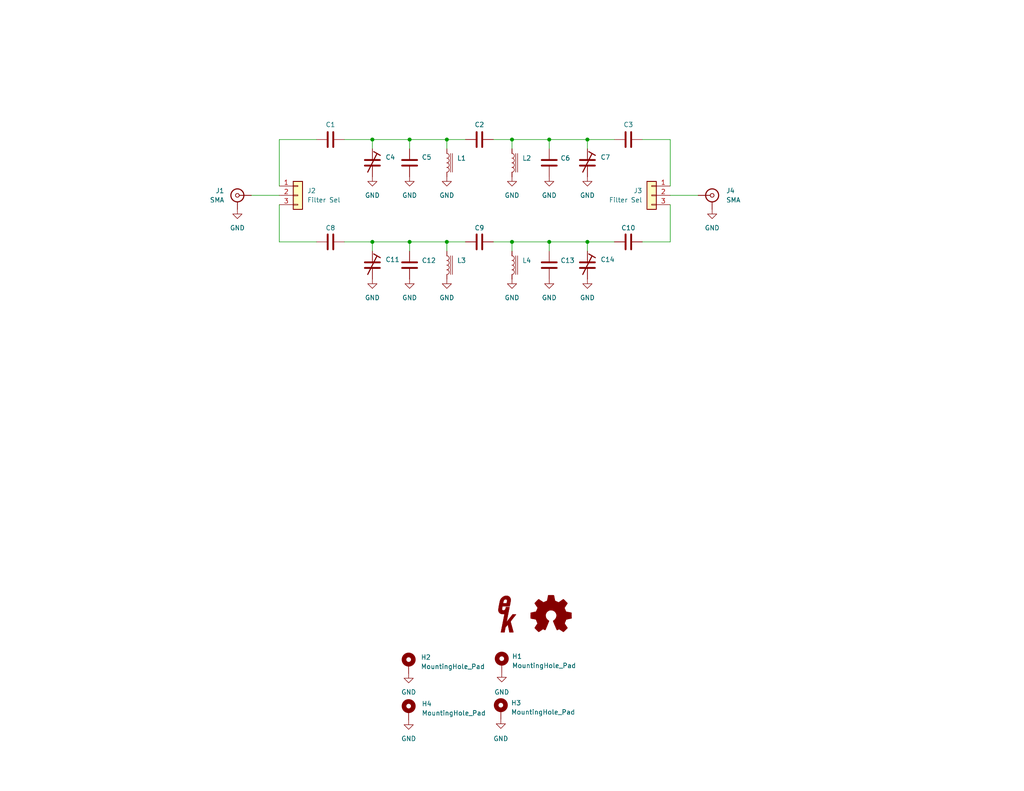
<source format=kicad_sch>
(kicad_sch (version 20230121) (generator eeschema)
  (paper "USLetter")
  (title_block (title "Project Yamhill Dual Double-Tuned Circuit") (date "2023-09-12") (rev "A") (company "Etherkit"))
  (lib_symbols
    (symbol "Connector_Generic:Conn_01x03" (pin_names (offset 1.016) hide)
      (property "Reference" "J" (at 0 5.08 0))
      (property "Value" "Conn_01x03" (at 0 -5.08 0))
      (symbol "Conn_01x03_1_1"
        (rectangle (start -1.27 -2.413) (end 0 -2.667) (stroke (width 0.1524)))
        (rectangle (start -1.27 0.127) (end 0 -0.127) (stroke (width 0.1524)))
        (rectangle (start -1.27 2.667) (end 0 2.413) (stroke (width 0.1524)))
        (rectangle (start -1.27 3.81) (end 1.27 -3.81) (stroke (width 0.254)) (fill (type background)))
        (pin passive line (at -5.08 2.54 0) (length 3.81) (name "Pin_1") (number "1"))
        (pin passive line (at -5.08 0 0) (length 3.81) (name "Pin_2") (number "2"))
        (pin passive line (at -5.08 -2.54 0) (length 3.81) (name "Pin_3") (number "3"))
      )
    )
    (symbol "Device:C" (pin_numbers hide) (pin_names (offset 0.254))
      (property "Reference" "C" (at 0.635 2.54 0))
      (property "Value" "C" (at 0.635 -2.54 0))
      (symbol "C_0_1"
        (polyline (pts (xy -2.032 -0.762) (xy 2.032 -0.762)) (stroke (width 0.508)))
        (polyline (pts (xy -2.032 0.762) (xy 2.032 0.762)) (stroke (width 0.508)))
      )
      (symbol "C_1_1"
        (pin passive line (at 0 3.81 270) (length 2.794) (name "~") (number "1"))
        (pin passive line (at 0 -3.81 90) (length 2.794) (name "~") (number "2"))
      )
    )
    (symbol "Device:C_Trim" (pin_numbers hide) (pin_names (offset 0.254) hide)
      (property "Reference" "C" (at 1.524 -2.032 0))
      (property "Value" "C_Trim" (at 3.048 -3.556 0))
      (symbol "C_Trim_0_1"
        (polyline (pts (xy -2.032 -0.762) (xy 2.032 -0.762)) (stroke (width 0.508)))
        (polyline (pts (xy -2.032 0.762) (xy 2.032 0.762)) (stroke (width 0.508)))
        (polyline (pts (xy 1.27 2.54) (xy -1.27 -2.54)) (stroke (width 0.3048)))
        (polyline (pts (xy 1.27 2.54) (xy 0.381 3.048)) (stroke (width 0.3048)))
        (polyline (pts (xy 1.27 2.54) (xy 2.159 2.032)) (stroke (width 0.3048)))
      )
      (symbol "C_Trim_1_1"
        (pin passive line (at 0 3.81 270) (length 3.048) (name "~") (number "1"))
        (pin passive line (at 0 -3.81 90) (length 3.048) (name "~") (number "2"))
      )
    )
    (symbol "Device:L_Iron" (pin_numbers hide) (pin_names (offset 1.016) hide)
      (property "Reference" "L" (at -1.27 0 90))
      (property "Value" "L_Iron" (at 2.794 0 90))
      (symbol "L_Iron_0_1"
        (arc (start 0 -2.54) (mid 0.6323 -1.905) (end 0 -1.27))
        (arc (start 0 -1.27) (mid 0.6323 -0.635) (end 0 0))
        (polyline (pts (xy 1.016 2.54) (xy 1.016 -2.54)))
        (polyline (pts (xy 1.524 -2.54) (xy 1.524 2.54)))
        (arc (start 0 0) (mid 0.6323 0.635) (end 0 1.27))
        (arc (start 0 1.27) (mid 0.6323 1.905) (end 0 2.54))
      )
      (symbol "L_Iron_1_1"
        (pin passive line (at 0 3.81 270) (length 1.27) (name "1") (number "1"))
        (pin passive line (at 0 -3.81 90) (length 1.27) (name "2") (number "2"))
      )
    )
    (symbol "EtherkitKicadLibrary:BNC" (pin_numbers hide) (pin_names (offset 1.016) hide)
      (property "Reference" "J" (at 0 4.572 0))
      (property "Value" "BNC" (at 0 2.794 0))
      (symbol "BNC_0_1"
        (circle (center 0 0) (radius 0.508) (stroke (width 0.2032)))
        (circle (center 0 0) (radius 1.778) (stroke (width 0.3048)))
      )
      (symbol "BNC_1_1"
        (pin passive line (at -3.81 0 0) (length 3.302) (name "In") (number "1"))
        (pin passive line (at 0 -3.81 90) (length 1.905) (name "Ext") (number "2"))
      )
    )
    (symbol "EtherkitKicadLibrary:LOGO" (pin_names (offset 1.016))
      (symbol "LOGO_0_0"
        (polyline (pts (xy -0.7475 -4.875) (xy -0.7392 -4.83) (xy -0.7178 -4.7189) (xy -0.6879 -4.5659) (xy -0.6523 -4.3851) (xy -0.6135 -4.1903) (xy -0.5018 -3.6307) (xy -0.197 -3.2903) (xy -0.1646 -3.2542) (xy -0.0551 -3.1338) (xy 0.0366 -3.0352) (xy 0.1017 -2.9677) (xy 0.1315 -2.9408) (xy 0.1365 -2.9489) (xy 0.155 -3.0102) (xy 0.1838 -3.125) (xy 0.2211 -3.2856) (xy 0.2651 -3.4844) (xy 0.3142 -3.7137) (xy 0.3664 -3.9658) (xy 0.5778 -5) (xy 1.1222 -5) (xy 1.2378 -4.9996) (xy 1.4316 -4.9961) (xy 1.5649 -4.989) (xy 1.6419 -4.9777) (xy 1.6666 -4.9622) (xy 1.663 -4.9437) (xy 1.6438 -4.8666) (xy 1.6098 -4.7364) (xy 1.5628 -4.5598) (xy 1.5046 -4.3435) (xy 1.437 -4.0944) (xy 1.3618 -3.8192) (xy 1.2809 -3.5246) (xy 1.2287 -3.3348) (xy 1.1509 -3.0506) (xy 1.0799 -2.7894) (xy 1.0175 -2.5581) (xy 0.9656 -2.3637) (xy 0.926 -2.2129) (xy 0.9005 -2.1127) (xy 0.891 -2.0698) (xy 0.9054 -2.0396) (xy 0.9573 -1.9618) (xy 1.0423 -1.844) (xy 1.1559 -1.6925) (xy 1.2932 -1.5137) (xy 1.4495 -1.3137) (xy 1.6201 -1.099) (xy 1.7685 -0.9135) (xy 1.9293 -0.7119) (xy 2.0731 -0.5312) (xy 2.1948 -0.3776) (xy 2.2896 -0.2573) (xy 2.3525 -0.1766) (xy 2.3786 -0.1416) (xy 2.3787 -0.1415) (xy 2.3748 -0.1247) (xy 2.3346 -0.1129) (xy 2.2506 -0.1052) (xy 2.1151 -0.1012) (xy 1.9205 -0.1) (xy 1.4372 -0.1) (xy 0.6284 -1.132) (xy 0.5759 -1.1989) (xy 0.4011 -1.4209) (xy 0.2406 -1.6235) (xy 0.0987 -1.8012) (xy -0.02 -1.9484) (xy -0.1111 -2.0596) (xy -0.1701 -2.1292) (xy -0.1926 -2.1518) (xy -0.1923 -2.147) (xy -0.1832 -2.0918) (xy -0.1629 -1.9807) (xy -0.1327 -1.8203) (xy -0.0939 -1.6176) (xy -0.048 -1.3794) (xy 0.0038 -1.1127) (xy 0.0601 -0.8241) (xy 0.1194 -0.5207) (xy 0.1806 -0.2092) (xy 0.2422 0.1034) (xy 0.303 0.4104) (xy 0.3614 0.7049) (xy 0.4163 0.98) (xy 0.4662 1.2289) (xy 0.5098 1.4447) (xy 0.5457 1.6206) (xy 0.5727 1.7496) (xy 0.5893 1.825) (xy 0.6072 1.9) (xy 0.1073 1.9) (xy -0.3925 1.9) (xy -0.4342 1.675) (xy -0.499 1.4316) (xy -0.6002 1.2291) (xy -0.7342 1.0838) (xy -0.9006 0.9961) (xy -1.0987 0.9667) (xy -1.1609 0.974) (xy -1.2874 1.0299) (xy -1.3917 1.1269) (xy -1.4526 1.2482) (xy -1.4564 1.2857) (xy -1.4504 1.3934) (xy -1.4298 1.5453) (xy -1.3961 1.7283) (xy -1.3167 2.1167) (xy -0.3327 2.1255) (xy 0.6514 2.1344) (xy 0.7958 2.8849) (xy 0.8025 2.9198) (xy 0.8589 3.2262) (xy 0.8991 3.4782) (xy 0.9233 3.6852) (xy 0.9317 3.8567) (xy 0.9241 4.0019) (xy 0.9007 4.1304) (xy 0.8616 4.2514) (xy 0.8069 4.3744) (xy 0.7638 4.4545) (xy 0.6047 4.6644) (xy 0.4032 4.823) (xy 0.1589 4.9308) (xy -0.1287 4.9878) (xy -0.1579 4.9905) (xy -0.4377 4.9806) (xy -0.7232 4.9128) (xy -1.0046 4.7932) (xy -1.272 4.6277) (xy -1.5155 4.4223) (xy -1.7252 4.183) (xy -1.8913 3.9159) (xy -1.9165 3.8634) (xy -1.9482 3.787) (xy -1.9792 3.6966) (xy -2.0114 3.5851) (xy -2.0466 3.4449) (xy -2.0866 3.2687) (xy -2.1333 3.049) (xy -2.1498 2.968) (xy -1.1571 2.968) (xy -1.1549 2.9908) (xy -1.1525 2.9998) (xy -1.1352 3.0719) (xy -1.1099 3.1842) (xy -1.0812 3.3167) (xy -1.0754 3.3437) (xy -1.0195 3.5554) (xy -0.9547 3.7135) (xy -0.875 3.8295) (xy -0.7744 3.9152) (xy -0.6845 3.9662) (xy -0.5192 4.019) (xy -0.3652 4.0182) (xy -0.2331 3.9646) (xy -0.1335 3.8592) (xy -0.1289 3.8513) (xy -0.0862 3.7421) (xy -0.0719 3.6042) (xy -0.086 3.427) (xy -0.1282 3.2) (xy -0.1834 2.95) (xy -0.6776 2.9408) (xy -0.721 2.94) (xy -0.8996 2.9375) (xy -1.023 2.938) (xy -1.1007 2.9426) (xy -1.1422 2.9523) (xy -1.1571 2.968) (xy -2.1498 2.968) (xy -2.1885 2.7786) (xy -2.254 2.45) (xy -2.2784 2.3256) (xy -2.3436 1.9784) (xy -2.393 1.6859) (xy -2.4271 1.4409) (xy -2.4464 1.2359) (xy -2.4514 1.0636) (xy -2.4429 0.9165) (xy -2.4212 0.7874) (xy -2.3869 0.6687) (xy -2.3194 0.5275) (xy -2.1842 0.3503) (xy -2.0088 0.1938) (xy -1.8079 0.073) (xy -1.7593 0.0508) (xy -1.6803 0.0201) (xy -1.6007 0.0004) (xy -1.504 -0.0106) (xy -1.3737 -0.0155) (xy -1.1932 -0.0166) (xy -1.0296 -0.017) (xy -0.908 -0.0195) (xy -0.8331 -0.0256) (xy -0.7946 -0.0372) (xy -0.7822 -0.0558) (xy -0.7855 -0.0833) (xy -0.7943 -0.1252) (xy -0.8147 -0.2255) (xy -0.8455 -0.3779) (xy -0.8854 -0.5764) (xy -0.9333 -0.8146) (xy -0.9878 -1.0864) (xy -1.0478 -1.3857) (xy -1.112 -1.7062) (xy -1.1792 -2.0418) (xy -1.2481 -2.3862) (xy -1.3175 -2.7333) (xy -1.3861 -3.0769) (xy -1.4528 -3.4108) (xy -1.5163 -3.7289) (xy -1.5753 -4.0248) (xy -1.6286 -4.2926) (xy -1.675 -4.5259) (xy -1.7133 -4.7185) (xy -1.7422 -4.8644) (xy -1.7604 -4.9573) (xy -1.7667 -4.991) (xy -1.7588 -4.9926) (xy -1.6988 -4.9955) (xy -1.5893 -4.9978) (xy -1.442 -4.9994) (xy -1.2682 -5) (xy -0.7697 -5) (xy -0.7475 -4.875)) (stroke (width 0.01)) (fill (type outline)))
      )
    )
    (symbol "Graphic:Logo_Open_Hardware_Small" (in_bom no) (on_board no)
      (symbol "Logo_Open_Hardware_Small_0_1"
        (polyline (pts (xy 3.3528 -4.3434) (xy 3.302 -4.318) (xy 3.175 -4.2418) (xy 2.9972 -4.1148) (xy 2.7686 -3.9624) (xy 2.54 -3.81) (xy 2.3622 -3.7084) (xy 2.2352 -3.6068) (xy 2.1844 -3.5814) (xy 2.159 -3.6068) (xy 2.0574 -3.6576) (xy 1.905 -3.7338) (xy 1.8034 -3.7846) (xy 1.6764 -3.8354) (xy 1.6002 -3.8354) (xy 1.6002 -3.8354) (xy 1.5494 -3.7338) (xy 1.4732 -3.5306) (xy 1.3462 -3.302) (xy 1.2446 -3.0226) (xy 1.1176 -2.7178) (xy 0.9652 -2.413) (xy 0.8636 -2.1082) (xy 0.7366 -1.8288) (xy 0.6604 -1.6256) (xy 0.6096 -1.4732) (xy 0.5842 -1.397) (xy 0.5842 -1.397) (xy 0.6604 -1.3208) (xy 0.7874 -1.2446) (xy 1.0414 -1.016) (xy 1.2954 -0.6858) (xy 1.4478 -0.3302) (xy 1.524 0.0762) (xy 1.4732 0.4572) (xy 1.3208 0.8128) (xy 1.0668 1.143) (xy 0.762 1.3716) (xy 0.4064 1.524) (xy 0 1.5748) (xy -0.381 1.5494) (xy -0.7366 1.397) (xy -1.0668 1.143) (xy -1.2192 0.9906) (xy -1.397 0.6604) (xy -1.524 0.3048) (xy -1.524 0.2286) (xy -1.4986 -0.1778) (xy -1.397 -0.5334) (xy -1.1938 -0.8636) (xy -0.9144 -1.143) (xy -0.8636 -1.1684) (xy -0.7366 -1.27) (xy -0.635 -1.3462) (xy -0.5842 -1.397) (xy -1.0668 -2.5908) (xy -1.143 -2.794) (xy -1.2954 -3.1242) (xy -1.397 -3.4036) (xy -1.4986 -3.6322) (xy -1.5748 -3.7846) (xy -1.6002 -3.8354) (xy -1.6002 -3.8354) (xy -1.651 -3.8354) (xy -1.7272 -3.81) (xy -1.905 -3.7338) (xy -2.0066 -3.683) (xy -2.1336 -3.6068) (xy -2.2098 -3.5814) (xy -2.2606 -3.6068) (xy -2.3622 -3.683) (xy -2.54 -3.81) (xy -2.7686 -3.9624) (xy -2.9718 -4.0894) (xy -3.1496 -4.2164) (xy -3.302 -4.318) (xy -3.3528 -4.3434) (xy -3.3782 -4.3434) (xy -3.429 -4.318) (xy -3.5306 -4.2164) (xy -3.7084 -4.064) (xy -3.937 -3.8354) (xy -3.9624 -3.81) (xy -4.1656 -3.6068) (xy -4.318 -3.4544) (xy -4.4196 -3.3274) (xy -4.445 -3.2766) (xy -4.445 -3.2766) (xy -4.4196 -3.2258) (xy -4.318 -3.0734) (xy -4.2164 -2.8956) (xy -4.064 -2.667) (xy -3.6576 -2.0828) (xy -3.8862 -1.5494) (xy -3.937 -1.3716) (xy -4.0386 -1.1684) (xy -4.0894 -1.0414) (xy -4.1148 -0.9652) (xy -4.191 -0.9398) (xy -4.318 -0.9144) (xy -4.5466 -0.8636) (xy -4.8006 -0.8128) (xy -5.0546 -0.7874) (xy -5.2578 -0.7366) (xy -5.4356 -0.7112) (xy -5.5118 -0.6858) (xy -5.5118 -0.6858) (xy -5.5372 -0.635) (xy -5.5372 -0.5588) (xy -5.5372 -0.4318) (xy -5.5626 -0.2286) (xy -5.5626 0.0762) (xy -5.5626 0.127) (xy -5.5372 0.4064) (xy -5.5372 0.635) (xy -5.5372 0.762) (xy -5.5372 0.8382) (xy -5.5372 0.8382) (xy -5.461 0.8382) (xy -5.3086 0.889) (xy -5.08 0.9144) (xy -4.826 0.9652) (xy -4.8006 0.9906) (xy -4.5466 1.0414) (xy -4.318 1.0668) (xy -4.1656 1.1176) (xy -4.0894 1.143) (xy -4.0894 1.143) (xy -4.0386 1.2446) (xy -3.9624 1.4224) (xy -3.8608 1.6256) (xy -3.7846 1.8288) (xy -3.7084 2.0066) (xy -3.6576 2.159) (xy -3.6322 2.2098) (xy -3.6322 2.2098) (xy -3.683 2.286) (xy -3.7592 2.413) (xy -3.8862 2.5908) (xy -4.064 2.8194) (xy -4.064 2.8448) (xy -4.2164 3.0734) (xy -4.3434 3.2512) (xy -4.4196 3.3782) (xy -4.445 3.4544) (xy -4.445 3.4544) (xy -4.3942 3.5052) (xy -4.2926 3.6322) (xy -4.1148 3.81) (xy -3.937 4.0132) (xy -3.8608 4.064) (xy -3.6576 4.2926) (xy -3.5052 4.4196) (xy -3.4036 4.4958) (xy -3.3528 4.5212) (xy -3.3528 4.5212) (xy -3.302 4.4704) (xy -3.1496 4.3688) (xy -2.9718 4.2418) (xy -2.7432 4.0894) (xy -2.7178 4.0894) (xy -2.4892 3.937) (xy -2.3114 3.81) (xy -2.1844 3.7084) (xy -2.1336 3.683) (xy -2.1082 3.683) (xy -2.032 3.7084) (xy -1.8542 3.7592) (xy -1.6764 3.8354) (xy -1.4732 3.937) (xy -1.27 4.0132) (xy -1.143 4.064) (xy -1.0668 4.1148) (xy -1.0668 4.1148) (xy -1.0414 4.191) (xy -1.016 4.3434) (xy -0.9652 4.572) (xy -0.9144 4.8514) (xy -0.889 4.9022) (xy -0.8382 5.1562) (xy -0.8128 5.3848) (xy -0.7874 5.5372) (xy -0.762 5.588) (xy -0.7112 5.6134) (xy -0.5842 5.6134) (xy -0.4064 5.6134) (xy -0.1524 5.6134) (xy 0.0762 5.6134) (xy 0.3302 5.6134) (xy 0.5334 5.6134) (xy 0.6858 5.588) (xy 0.7366 5.588) (xy 0.7366 5.588) (xy 0.762 5.5118) (xy 0.8128 5.334) (xy 0.8382 5.1054) (xy 0.9144 4.826) (xy 0.9144 4.7752) (xy 0.9652 4.5212) (xy 1.016 4.2926) (xy 1.0414 4.1402) (xy 1.0668 4.0894) (xy 1.0668 4.0894) (xy 1.1938 4.0386) (xy 1.3716 3.9624) (xy 1.5748 3.8608) (xy 2.0828 3.6576) (xy 2.7178 4.0894) (xy 2.7686 4.1402) (xy 2.9972 4.2926) (xy 3.175 4.4196) (xy 3.302 4.4958) (xy 3.3782 4.5212) (xy 3.3782 4.5212) (xy 3.429 4.4704) (xy 3.556 4.3434) (xy 3.7338 4.191) (xy 3.9116 3.9878) (xy 4.064 3.8354) (xy 4.2418 3.6576) (xy 4.3434 3.556) (xy 4.4196 3.4798) (xy 4.4196 3.429) (xy 4.4196 3.4036) (xy 4.3942 3.3274) (xy 4.2926 3.2004) (xy 4.1656 2.9972) (xy 4.0132 2.794) (xy 3.8862 2.5908) (xy 3.7592 2.3876) (xy 3.6576 2.2352) (xy 3.6322 2.159) (xy 3.6322 2.1336) (xy 3.683 2.0066) (xy 3.7592 1.8288) (xy 3.8608 1.6002) (xy 4.064 1.1176) (xy 4.3942 1.0414) (xy 4.5974 1.016) (xy 4.8768 0.9652) (xy 5.1308 0.9144) (xy 5.5372 0.8382) (xy 5.5626 -0.6604) (xy 5.4864 -0.6858) (xy 5.4356 -0.6858) (xy 5.2832 -0.7366) (xy 5.0546 -0.762) (xy 4.8006 -0.8128) (xy 4.5974 -0.8636) (xy 4.3688 -0.9144) (xy 4.2164 -0.9398) (xy 4.1402 -0.9398) (xy 4.1148 -0.9652) (xy 4.064 -1.0668) (xy 3.9878 -1.2446) (xy 3.9116 -1.4478) (xy 3.81 -1.651) (xy 3.7338 -1.8542) (xy 3.683 -2.0066) (xy 3.6576 -2.0828) (xy 3.683 -2.1336) (xy 3.7846 -2.2606) (xy 3.8862 -2.4638) (xy 4.0386 -2.667) (xy 4.191 -2.8956) (xy 4.318 -3.0734) (xy 4.3942 -3.2004) (xy 4.445 -3.2766) (xy 4.4196 -3.3274) (xy 4.3434 -3.429) (xy 4.1656 -3.5814) (xy 3.937 -3.8354) (xy 3.8862 -3.8608) (xy 3.683 -4.064) (xy 3.5306 -4.2164) (xy 3.4036 -4.318) (xy 3.3528 -4.3434)) (fill (type outline)))
      )
    )
    (symbol "Mechanical:MountingHole_Pad" (pin_numbers hide) (pin_names (offset 1.016) hide)
      (property "Reference" "H" (at 0 6.35 0))
      (property "Value" "MountingHole_Pad" (at 0 4.445 0))
      (symbol "MountingHole_Pad_0_1"
        (circle (center 0 1.27) (radius 1.27) (stroke (width 1.27)))
      )
      (symbol "MountingHole_Pad_1_1"
        (pin input line (at 0 -2.54 90) (length 2.54) (name "1") (number "1"))
      )
    )
    (symbol "power:GND" (power) (pin_names (offset 0))
      (property "Value" "GND" (at 0 -3.81 0))
      (symbol "GND_0_1"
        (polyline (pts (xy 0 0) (xy 0 -1.27) (xy 1.27 -1.27) (xy 0 -2.54) (xy -1.27 -1.27) (xy 0 -1.27)))
      )
      (symbol "GND_1_1"
        (pin power_in line (at 0 0 270) (length 0) hide (name "GND") (number "1"))
      )
    )
  )
  (junction (at 101.6 38.1))
  (junction (at 149.86 66.04))
  (junction (at 111.76 38.1))
  (junction (at 160.274 66.04))
  (junction (at 139.7 38.1))
  (junction (at 111.76 66.04))
  (junction (at 139.7 66.04))
  (junction (at 121.92 66.04))
  (junction (at 160.274 38.1))
  (junction (at 101.6 66.04))
  (junction (at 121.92 38.1))
  (junction (at 149.86 38.1))
  (wire (pts (xy 101.6 66.04) (xy 101.6 68.58)))
  (wire (pts (xy 76.2 50.8) (xy 76.2 38.1)))
  (wire (pts (xy 101.6 38.1) (xy 111.76 38.1)))
  (wire (pts (xy 139.7 38.1) (xy 149.86 38.1)))
  (wire (pts (xy 149.86 38.1) (xy 149.86 40.64)))
  (wire (pts (xy 182.88 38.1) (xy 175.26 38.1)))
  (wire (pts (xy 149.86 38.1) (xy 160.274 38.1)))
  (wire (pts (xy 111.76 38.1) (xy 121.92 38.1)))
  (wire (pts (xy 139.7 66.04) (xy 149.86 66.04)))
  (wire (pts (xy 134.62 38.1) (xy 139.7 38.1)))
  (wire (pts (xy 111.76 66.04) (xy 121.92 66.04)))
  (wire (pts (xy 121.92 38.1) (xy 127 38.1)))
  (wire (pts (xy 160.274 38.1) (xy 167.64 38.1)))
  (wire (pts (xy 76.2 38.1) (xy 86.36 38.1)))
  (wire (pts (xy 101.6 66.04) (xy 111.76 66.04)))
  (wire (pts (xy 121.92 38.1) (xy 121.92 40.64)))
  (wire (pts (xy 182.88 50.8) (xy 182.88 38.1)))
  (wire (pts (xy 139.7 38.1) (xy 139.7 40.64)))
  (wire (pts (xy 93.98 66.04) (xy 101.6 66.04)))
  (wire (pts (xy 149.86 66.04) (xy 160.274 66.04)))
  (wire (pts (xy 111.76 66.04) (xy 111.76 68.58)))
  (wire (pts (xy 182.88 53.34) (xy 190.5 53.34)))
  (wire (pts (xy 76.2 55.88) (xy 76.2 66.04)))
  (wire (pts (xy 139.7 66.04) (xy 139.7 68.58)))
  (wire (pts (xy 149.86 66.04) (xy 149.86 68.58)))
  (wire (pts (xy 76.2 66.04) (xy 86.36 66.04)))
  (wire (pts (xy 111.76 38.1) (xy 111.76 40.64)))
  (wire (pts (xy 160.274 38.1) (xy 160.274 40.64)))
  (wire (pts (xy 93.98 38.1) (xy 101.6 38.1)))
  (wire (pts (xy 160.274 66.04) (xy 160.274 68.58)))
  (wire (pts (xy 121.92 66.04) (xy 127 66.04)))
  (wire (pts (xy 160.274 66.04) (xy 167.64 66.04)))
  (wire (pts (xy 121.92 66.04) (xy 121.92 68.58)))
  (wire (pts (xy 182.88 66.04) (xy 175.26 66.04)))
  (wire (pts (xy 101.6 38.1) (xy 101.6 40.64)))
  (wire (pts (xy 182.88 55.88) (xy 182.88 66.04)))
  (wire (pts (xy 68.58 53.34) (xy 76.2 53.34)))
  (wire (pts (xy 134.62 66.04) (xy 139.7 66.04)))
  (symbol (lib_id "power:GND") (at 149.86 48.26 0) (unit 1)
    (property "Reference" "#PWR05" (effects hide))
    (property "Value" "GND" (at 149.86 53.34 0))
  )
  (symbol (lib_id "power:GND") (at 136.652 196.342 0) (unit 1)
    (property "Reference" "#PWR017" (effects hide))
    (property "Value" "GND" (at 136.652 201.676 0))
  )
  (symbol (lib_id "power:GND") (at 111.76 48.26 0) (unit 1)
    (property "Reference" "#PWR02" (effects hide))
    (property "Value" "GND" (at 111.76 53.34 0))
  )
  (symbol (lib_id "Device:C") (at 149.86 44.45 0) (unit 1)
    (property "Reference" "C6" (at 152.908 43.18 0) (effects (justify left)))
    (property "Value" "C" (effects hide))
    (property "Footprint" "Capacitor_THT:C_Rect_L7.0mm_W2.5mm_P5.00mm" (effects hide))
  )
  (symbol (lib_id "power:GND") (at 139.7 76.2 0) (unit 1)
    (property "Reference" "#PWR012" (effects hide))
    (property "Value" "GND" (at 139.7 81.28 0))
  )
  (symbol (lib_id "power:GND") (at 194.31 57.15 0) (unit 1)
    (property "Reference" "#PWR08" (effects hide))
    (property "Value" "GND" (at 194.31 62.23 0))
  )
  (symbol (lib_id "power:GND") (at 111.506 196.596 0) (unit 1)
    (property "Reference" "#PWR018" (effects hide))
    (property "Value" "GND" (at 111.506 201.676 0))
  )
  (symbol (lib_id "Device:C") (at 171.45 38.1 90) (unit 1)
    (property "Reference" "C3" (at 171.45 34.036 90))
    (property "Value" "C" (effects hide))
    (property "Footprint" "Capacitor_THT:C_Rect_L7.0mm_W2.5mm_P5.00mm" (effects hide))
  )
  (symbol (lib_id "Device:C") (at 111.76 44.45 0) (unit 1)
    (property "Reference" "C5" (at 115.062 42.926 0) (effects (justify left)))
    (property "Value" "C" (effects hide))
    (property "Footprint" "Capacitor_THT:C_Rect_L7.0mm_W2.5mm_P5.00mm" (effects hide))
  )
  (symbol (lib_id "Device:C") (at 90.17 66.04 90) (unit 1)
    (property "Reference" "C8" (at 90.17 62.23 90))
    (property "Value" "C" (effects hide))
    (property "Footprint" "Capacitor_THT:C_Rect_L7.0mm_W2.5mm_P5.00mm" (effects hide))
  )
  (symbol (lib_id "EtherkitKicadLibrary:BNC") (at 64.77 53.34 0) (mirror y) (unit 1)
    (property "Reference" "J1" (at 61.214 52.07 0) (effects (justify left)))
    (property "Value" "SMA" (at 61.214 54.61 0) (effects (justify left)))
    (property "Footprint" "EtherkitKicadLibrary:SMA_Jack_Vertical" (effects hide))
  )
  (symbol (lib_id "Graphic:Logo_Open_Hardware_Small") (at 150.368 168.148 0) (unit 1) (in_bom no) (on_board no)
    (property "Reference" "#SYM1" (effects hide))
    (property "Value" "Logo_Open_Hardware_Small" (effects hide))
    (property "Footprint" "EtherkitKicadLibrary:OSHWLogo4mm" (effects hide))
    (property "Sim.Enable" "0" (effects hide))
  )
  (symbol (lib_id "Device:C_Trim") (at 101.6 44.45 0) (unit 1)
    (property "Reference" "C4" (at 105.156 42.926 0) (effects (justify left)))
    (property "Value" "C_Trim" (effects hide))
    (property "Footprint" "EtherkitKicadLibrary:TRIMCAP-MURATA" (effects hide))
  )
  (symbol (lib_id "Device:L_Iron") (at 121.92 72.39 0) (unit 1)
    (property "Reference" "L3" (at 124.714 71.12 0) (effects (justify left)))
    (property "Value" "L_Iron" (effects hide))
    (property "Footprint" "EtherkitKicadLibrary:T37-V" (effects hide))
  )
  (symbol (lib_id "power:GND") (at 121.92 76.2 0) (unit 1)
    (property "Reference" "#PWR011" (effects hide))
    (property "Value" "GND" (at 121.92 81.28 0))
  )
  (symbol (lib_id "power:GND") (at 111.506 183.896 0) (unit 1)
    (property "Reference" "#PWR016" (effects hide))
    (property "Value" "GND" (at 111.506 188.976 0))
  )
  (symbol (lib_id "Connector_Generic:Conn_01x03") (at 177.8 53.34 0) (mirror y) (unit 1)
    (property "Reference" "J3" (at 175.26 52.07 0) (effects (justify left)))
    (property "Value" "Filter Sel" (at 175.26 54.61 0) (effects (justify left)))
    (property "Footprint" "Connector_PinHeader_2.54mm:PinHeader_1x03_P2.54mm_Vertical" (effects hide))
  )
  (symbol (lib_id "Connector_Generic:Conn_01x03") (at 81.28 53.34 0) (unit 1)
    (property "Reference" "J2" (at 83.82 52.07 0) (effects (justify left)))
    (property "Value" "Filter Sel" (at 83.82 54.61 0) (effects (justify left)))
    (property "Footprint" "Connector_PinHeader_2.54mm:PinHeader_1x03_P2.54mm_Vertical" (effects hide))
  )
  (symbol (lib_id "power:GND") (at 101.6 48.26 0) (unit 1)
    (property "Reference" "#PWR01" (effects hide))
    (property "Value" "GND" (at 101.6 53.34 0))
  )
  (symbol (lib_id "power:GND") (at 160.274 48.26 0) (unit 1)
    (property "Reference" "#PWR06" (effects hide))
    (property "Value" "GND" (at 160.274 53.34 0))
  )
  (symbol (lib_id "Device:L_Iron") (at 139.7 72.39 0) (unit 1)
    (property "Reference" "L4" (at 142.494 71.12 0) (effects (justify left)))
    (property "Value" "L_Iron" (effects hide))
    (property "Footprint" "EtherkitKicadLibrary:T37-V" (effects hide))
  )
  (symbol (lib_id "Mechanical:MountingHole_Pad") (at 111.506 181.356 0) (unit 1)
    (property "Reference" "H2" (at 114.808 179.451 0) (effects (justify left)))
    (property "Value" "MountingHole_Pad" (at 114.808 181.991 0) (effects (justify left)))
    (property "Footprint" "MountingHole:MountingHole_3.2mm_M3_Pad_Via" (effects hide))
  )
  (symbol (lib_id "Device:C_Trim") (at 101.6 72.39 0) (unit 1)
    (property "Reference" "C11" (at 105.156 70.866 0) (effects (justify left)))
    (property "Value" "C_Trim" (effects hide))
    (property "Footprint" "EtherkitKicadLibrary:TRIMCAP-MURATA" (effects hide))
  )
  (symbol (lib_id "EtherkitKicadLibrary:LOGO") (at 138.43 167.64 0) (unit 1)
    (property "Reference" "#G1" (effects hide))
    (property "Value" "LOGO" (effects hide))
    (property "Footprint" "EtherkitKicadLibrary:EtherkitLogoSmall" (effects hide))
  )
  (symbol (lib_id "power:GND") (at 121.92 48.26 0) (unit 1)
    (property "Reference" "#PWR03" (effects hide))
    (property "Value" "GND" (at 121.92 53.34 0))
  )
  (symbol (lib_id "Device:C_Trim") (at 160.274 44.45 0) (unit 1)
    (property "Reference" "C7" (at 163.83 42.926 0) (effects (justify left)))
    (property "Value" "C_Trim" (effects hide))
    (property "Footprint" "EtherkitKicadLibrary:TRIMCAP-MURATA" (effects hide))
  )
  (symbol (lib_id "power:GND") (at 101.6 76.2 0) (unit 1)
    (property "Reference" "#PWR09" (effects hide))
    (property "Value" "GND" (at 101.6 81.28 0))
  )
  (symbol (lib_id "power:GND") (at 160.274 76.2 0) (unit 1)
    (property "Reference" "#PWR014" (effects hide))
    (property "Value" "GND" (at 160.274 81.28 0))
  )
  (symbol (lib_id "Device:C") (at 130.81 38.1 90) (unit 1)
    (property "Reference" "C2" (at 130.81 34.036 90))
    (property "Value" "C" (effects hide))
    (property "Footprint" "Capacitor_THT:C_Rect_L7.0mm_W2.5mm_P5.00mm" (effects hide))
  )
  (symbol (lib_id "Device:C_Trim") (at 160.274 72.39 0) (unit 1)
    (property "Reference" "C14" (at 163.83 70.866 0) (effects (justify left)))
    (property "Value" "C_Trim" (effects hide))
    (property "Footprint" "EtherkitKicadLibrary:TRIMCAP-MURATA" (effects hide))
  )
  (symbol (lib_id "Device:L_Iron") (at 121.92 44.45 0) (unit 1)
    (property "Reference" "L1" (at 124.714 43.18 0) (effects (justify left)))
    (property "Value" "L_Iron" (effects hide))
    (property "Footprint" "EtherkitKicadLibrary:T37-V" (effects hide))
  )
  (symbol (lib_id "power:GND") (at 149.86 76.2 0) (unit 1)
    (property "Reference" "#PWR013" (effects hide))
    (property "Value" "GND" (at 149.86 81.28 0))
  )
  (symbol (lib_id "power:GND") (at 111.76 76.2 0) (unit 1)
    (property "Reference" "#PWR010" (effects hide))
    (property "Value" "GND" (at 111.76 81.28 0))
  )
  (symbol (lib_id "Device:C") (at 130.81 66.04 90) (unit 1)
    (property "Reference" "C9" (at 130.81 62.23 90))
    (property "Value" "C" (effects hide))
    (property "Footprint" "Capacitor_THT:C_Rect_L7.0mm_W2.5mm_P5.00mm" (effects hide))
  )
  (symbol (lib_id "Mechanical:MountingHole_Pad") (at 111.506 194.056 0) (unit 1)
    (property "Reference" "H4" (at 115.062 192.151 0) (effects (justify left)))
    (property "Value" "MountingHole_Pad" (at 115.062 194.691 0) (effects (justify left)))
    (property "Footprint" "MountingHole:MountingHole_3.2mm_M3_Pad_Via" (effects hide))
  )
  (symbol (lib_id "power:GND") (at 136.906 183.642 0) (unit 1)
    (property "Reference" "#PWR015" (effects hide))
    (property "Value" "GND" (at 136.906 188.976 0))
  )
  (symbol (lib_id "power:GND") (at 139.7 48.26 0) (unit 1)
    (property "Reference" "#PWR04" (effects hide))
    (property "Value" "GND" (at 139.7 53.34 0))
  )
  (symbol (lib_id "Device:C") (at 171.45 66.04 90) (unit 1)
    (property "Reference" "C10" (at 171.45 62.23 90))
    (property "Value" "C" (effects hide))
    (property "Footprint" "Capacitor_THT:C_Rect_L7.0mm_W2.5mm_P5.00mm" (effects hide))
  )
  (symbol (lib_id "power:GND") (at 64.77 57.15 0) (unit 1)
    (property "Reference" "#PWR07" (effects hide))
    (property "Value" "GND" (at 64.77 62.23 0))
  )
  (symbol (lib_id "Device:C") (at 111.76 72.39 0) (unit 1)
    (property "Reference" "C12" (at 115.062 71.12 0) (effects (justify left)))
    (property "Value" "C" (effects hide))
    (property "Footprint" "Capacitor_THT:C_Rect_L7.0mm_W2.5mm_P5.00mm" (effects hide))
  )
  (symbol (lib_id "EtherkitKicadLibrary:BNC") (at 194.31 53.34 0) (unit 1)
    (property "Reference" "J4" (at 198.12 52.07 0) (effects (justify left)))
    (property "Value" "SMA" (at 198.12 54.61 0) (effects (justify left)))
    (property "Footprint" "EtherkitKicadLibrary:SMA_Jack_Vertical" (effects hide))
  )
  (symbol (lib_id "Mechanical:MountingHole_Pad") (at 136.652 193.802 0) (unit 1)
    (property "Reference" "H3" (at 139.446 191.897 0) (effects (justify left)))
    (property "Value" "MountingHole_Pad" (at 139.446 194.437 0) (effects (justify left)))
    (property "Footprint" "MountingHole:MountingHole_3.2mm_M3_Pad_Via" (effects hide))
  )
  (symbol (lib_id "Device:L_Iron") (at 139.7 44.45 0) (unit 1)
    (property "Reference" "L2" (at 142.494 43.18 0) (effects (justify left)))
    (property "Value" "L_Iron" (effects hide))
    (property "Footprint" "EtherkitKicadLibrary:T37-V" (effects hide))
  )
  (symbol (lib_id "Mechanical:MountingHole_Pad") (at 136.906 181.102 0) (unit 1)
    (property "Reference" "H1" (at 139.7 179.197 0) (effects (justify left)))
    (property "Value" "MountingHole_Pad" (at 139.7 181.737 0) (effects (justify left)))
    (property "Footprint" "MountingHole:MountingHole_3.2mm_M3_Pad_Via" (effects hide))
  )
  (symbol (lib_id "Device:C") (at 90.17 38.1 90) (unit 1)
    (property "Reference" "C1" (at 90.17 34.036 90))
    (property "Value" "C" (effects hide))
    (property "Footprint" "Capacitor_THT:C_Rect_L7.0mm_W2.5mm_P5.00mm" (effects hide))
  )
  (symbol (lib_id "Device:C") (at 149.86 72.39 0) (unit 1)
    (property "Reference" "C13" (at 152.908 71.12 0) (effects (justify left)))
    (property "Value" "C" (effects hide))
    (property "Footprint" "Capacitor_THT:C_Rect_L7.0mm_W2.5mm_P5.00mm" (effects hide))
  )
)
</source>
